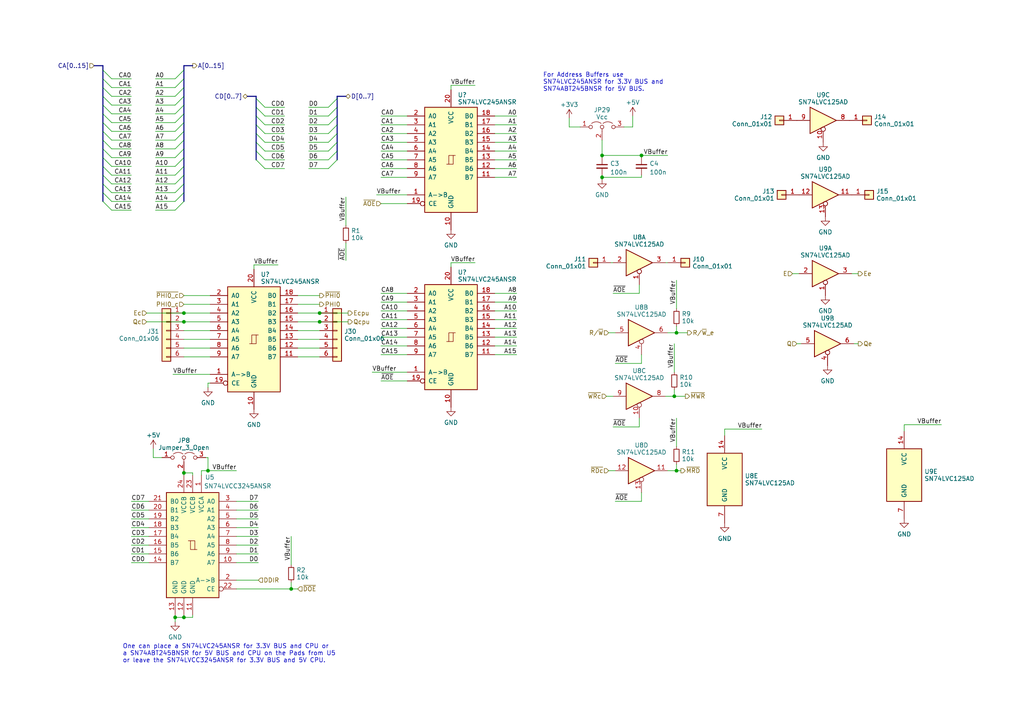
<source format=kicad_sch>
(kicad_sch (version 20230121) (generator eeschema)
  (paper "A4")
  (lib_symbols
    (symbol "74xx:74LS125" (pin_names (offset 1.016))
      (property "Reference" "U" (at 0 1.27 0))
      (property "Value" "74LS125" (at 0 -1.27 0))
      (symbol "74LS125_1_0"
        (polyline (pts (xy -3.81 3.81) (xy -3.81 -3.81) (xy 3.81 0) (xy -3.81 3.81)) (stroke (width 0.254)) (fill (type background)))
        (pin input inverted (at 0 -6.35 90) (length 4.445) (name "~") (number "1"))
        (pin input line (at -7.62 0 0) (length 3.81) (name "~") (number "2"))
        (pin tri_state line (at 7.62 0 180) (length 3.81) (name "~") (number "3"))
      )
      (symbol "74LS125_2_0"
        (polyline (pts (xy -3.81 3.81) (xy -3.81 -3.81) (xy 3.81 0) (xy -3.81 3.81)) (stroke (width 0.254)) (fill (type background)))
        (pin input inverted (at 0 -6.35 90) (length 4.445) (name "~") (number "4"))
        (pin input line (at -7.62 0 0) (length 3.81) (name "~") (number "5"))
        (pin tri_state line (at 7.62 0 180) (length 3.81) (name "~") (number "6"))
      )
      (symbol "74LS125_3_0"
        (polyline (pts (xy -3.81 3.81) (xy -3.81 -3.81) (xy 3.81 0) (xy -3.81 3.81)) (stroke (width 0.254)) (fill (type background)))
        (pin input inverted (at 0 -6.35 90) (length 4.445) (name "~") (number "10"))
        (pin tri_state line (at 7.62 0 180) (length 3.81) (name "~") (number "8"))
        (pin input line (at -7.62 0 0) (length 3.81) (name "~") (number "9"))
      )
      (symbol "74LS125_4_0"
        (polyline (pts (xy -3.81 3.81) (xy -3.81 -3.81) (xy 3.81 0) (xy -3.81 3.81)) (stroke (width 0.254)) (fill (type background)))
        (pin tri_state line (at 7.62 0 180) (length 3.81) (name "~") (number "11"))
        (pin input line (at -7.62 0 0) (length 3.81) (name "~") (number "12"))
        (pin input inverted (at 0 -6.35 90) (length 4.445) (name "~") (number "13"))
      )
      (symbol "74LS125_5_0"
        (pin power_in line (at 0 12.7 270) (length 5.08) (name "VCC") (number "14"))
        (pin power_in line (at 0 -12.7 90) (length 5.08) (name "GND") (number "7"))
      )
      (symbol "74LS125_5_1"
        (rectangle (start -5.08 7.62) (end 5.08 -7.62) (stroke (width 0.254)) (fill (type background)))
      )
    )
    (symbol "74xx:74LS245" (pin_names (offset 1.016))
      (property "Reference" "U" (at -7.62 16.51 0))
      (property "Value" "74LS245" (at -7.62 -16.51 0))
      (symbol "74LS245_1_0"
        (polyline (pts (xy -0.635 -1.27) (xy -0.635 1.27) (xy 0.635 1.27)))
        (polyline (pts (xy -1.27 -1.27) (xy 0.635 -1.27) (xy 0.635 1.27) (xy 1.27 1.27)))
        (pin input line (at -12.7 -10.16 0) (length 5.08) (name "A->B") (number "1"))
        (pin power_in line (at 0 -20.32 90) (length 5.08) (name "GND") (number "10"))
        (pin tri_state line (at 12.7 -5.08 180) (length 5.08) (name "B7") (number "11"))
        (pin tri_state line (at 12.7 -2.54 180) (length 5.08) (name "B6") (number "12"))
        (pin tri_state line (at 12.7 0 180) (length 5.08) (name "B5") (number "13"))
        (pin tri_state line (at 12.7 2.54 180) (length 5.08) (name "B4") (number "14"))
        (pin tri_state line (at 12.7 5.08 180) (length 5.08) (name "B3") (number "15"))
        (pin tri_state line (at 12.7 7.62 180) (length 5.08) (name "B2") (number "16"))
        (pin tri_state line (at 12.7 10.16 180) (length 5.08) (name "B1") (number "17"))
        (pin tri_state line (at 12.7 12.7 180) (length 5.08) (name "B0") (number "18"))
        (pin input inverted (at -12.7 -12.7 0) (length 5.08) (name "CE") (number "19"))
        (pin tri_state line (at -12.7 12.7 0) (length 5.08) (name "A0") (number "2"))
        (pin power_in line (at 0 20.32 270) (length 5.08) (name "VCC") (number "20"))
        (pin tri_state line (at -12.7 10.16 0) (length 5.08) (name "A1") (number "3"))
        (pin tri_state line (at -12.7 7.62 0) (length 5.08) (name "A2") (number "4"))
        (pin tri_state line (at -12.7 5.08 0) (length 5.08) (name "A3") (number "5"))
        (pin tri_state line (at -12.7 2.54 0) (length 5.08) (name "A4") (number "6"))
        (pin tri_state line (at -12.7 0 0) (length 5.08) (name "A5") (number "7"))
        (pin tri_state line (at -12.7 -2.54 0) (length 5.08) (name "A6") (number "8"))
        (pin tri_state line (at -12.7 -5.08 0) (length 5.08) (name "A7") (number "9"))
      )
      (symbol "74LS245_1_1"
        (rectangle (start -7.62 15.24) (end 7.62 -15.24) (stroke (width 0.254)) (fill (type background)))
      )
    )
    (symbol "Connector_Generic:Conn_01x01" (pin_names (offset 1.016) hide)
      (property "Reference" "J" (at 0 2.54 0))
      (property "Value" "Conn_01x01" (at 0 -2.54 0))
      (symbol "Conn_01x01_1_1"
        (rectangle (start -1.27 0.127) (end 0 -0.127) (stroke (width 0.1524)))
        (rectangle (start -1.27 1.27) (end 1.27 -1.27) (stroke (width 0.254)) (fill (type background)))
        (pin passive line (at -5.08 0 0) (length 3.81) (name "Pin_1") (number "1"))
      )
    )
    (symbol "Connector_Generic:Conn_01x06" (pin_names (offset 1.016) hide)
      (property "Reference" "J" (at 0 7.62 0))
      (property "Value" "Conn_01x06" (at 0 -10.16 0))
      (symbol "Conn_01x06_1_1"
        (rectangle (start -1.27 -7.493) (end 0 -7.747) (stroke (width 0.1524)))
        (rectangle (start -1.27 -4.953) (end 0 -5.207) (stroke (width 0.1524)))
        (rectangle (start -1.27 -2.413) (end 0 -2.667) (stroke (width 0.1524)))
        (rectangle (start -1.27 0.127) (end 0 -0.127) (stroke (width 0.1524)))
        (rectangle (start -1.27 2.667) (end 0 2.413) (stroke (width 0.1524)))
        (rectangle (start -1.27 5.207) (end 0 4.953) (stroke (width 0.1524)))
        (rectangle (start -1.27 6.35) (end 1.27 -8.89) (stroke (width 0.254)) (fill (type background)))
        (pin passive line (at -5.08 5.08 0) (length 3.81) (name "Pin_1") (number "1"))
        (pin passive line (at -5.08 2.54 0) (length 3.81) (name "Pin_2") (number "2"))
        (pin passive line (at -5.08 0 0) (length 3.81) (name "Pin_3") (number "3"))
        (pin passive line (at -5.08 -2.54 0) (length 3.81) (name "Pin_4") (number "4"))
        (pin passive line (at -5.08 -5.08 0) (length 3.81) (name "Pin_5") (number "5"))
        (pin passive line (at -5.08 -7.62 0) (length 3.81) (name "Pin_6") (number "6"))
      )
    )
    (symbol "Device:C_Small" (pin_numbers hide) (pin_names (offset 0.254) hide)
      (property "Reference" "C" (at 0.254 1.778 0))
      (property "Value" "C_Small" (at 0.254 -2.032 0))
      (symbol "C_Small_0_1"
        (polyline (pts (xy -1.524 -0.508) (xy 1.524 -0.508)) (stroke (width 0.3302)))
        (polyline (pts (xy -1.524 0.508) (xy 1.524 0.508)) (stroke (width 0.3048)))
      )
      (symbol "C_Small_1_1"
        (pin passive line (at 0 2.54 270) (length 2.032) (name "~") (number "1"))
        (pin passive line (at 0 -2.54 90) (length 2.032) (name "~") (number "2"))
      )
    )
    (symbol "Device:R_Small" (pin_numbers hide) (pin_names (offset 0.254) hide)
      (property "Reference" "R" (at 0.762 0.508 0))
      (property "Value" "R_Small" (at 0.762 -1.016 0))
      (symbol "R_Small_0_1"
        (rectangle (start -0.762 1.778) (end 0.762 -1.778) (stroke (width 0.2032)))
      )
      (symbol "R_Small_1_1"
        (pin passive line (at 0 2.54 270) (length 0.762) (name "~") (number "1"))
        (pin passive line (at 0 -2.54 90) (length 0.762) (name "~") (number "2"))
      )
    )
    (symbol "Jumper:Jumper_3_Open" (pin_names (offset 0) hide)
      (property "Reference" "JP" (at -2.54 -2.54 0))
      (property "Value" "Jumper_3_Open" (at 0 2.794 0))
      (symbol "Jumper_3_Open_0_0"
        (circle (center -3.302 0) (radius 0.508))
        (circle (center 0 0) (radius 0.508))
        (circle (center 3.302 0) (radius 0.508))
      )
      (symbol "Jumper_3_Open_0_1"
        (arc (start -0.254 1.016) (mid -1.651 1.4992) (end -3.048 1.016))
        (polyline (pts (xy 0 -0.508) (xy 0 -1.27)))
        (arc (start 3.048 1.016) (mid 1.651 1.4992) (end 0.254 1.016))
      )
      (symbol "Jumper_3_Open_1_1"
        (pin passive line (at -6.35 0 0) (length 2.54) (name "A") (number "1"))
        (pin passive line (at 0 -3.81 90) (length 2.54) (name "C") (number "2"))
        (pin passive line (at 6.35 0 180) (length 2.54) (name "B") (number "3"))
      )
    )
    (symbol "my_ics_new:74LVC4245" (pin_names (offset 1.016))
      (property "Reference" "U" (at -7.62 19.05 0))
      (property "Value" "74LVC4245" (at -10.16 16.51 0))
      (symbol "74LVC4245_1_0"
        (polyline (pts (xy -0.635 -1.27) (xy -0.635 1.27) (xy 0.635 1.27)))
        (polyline (pts (xy -1.27 -1.27) (xy 0.635 -1.27) (xy 0.635 1.27) (xy 1.27 1.27)))
        (pin power_in line (at -2.54 20.32 270) (length 5.08) (name "VCCA") (number "1"))
        (pin tri_state line (at -12.7 -5.08 0) (length 5.08) (name "A7") (number "10"))
        (pin power_in line (at 0 -20.32 90) (length 5.08) (name "GND") (number "11"))
        (pin power_in line (at 2.54 -20.32 90) (length 5.08) (name "GND") (number "12"))
        (pin power_in line (at 5.08 -20.32 90) (length 5.08) (name "GND") (number "13"))
        (pin tri_state line (at 12.7 -5.08 180) (length 5.08) (name "B7") (number "14"))
        (pin tri_state line (at 12.7 -2.54 180) (length 5.08) (name "B6") (number "15"))
        (pin tri_state line (at 12.7 0 180) (length 5.08) (name "B5") (number "16"))
        (pin tri_state line (at 12.7 2.54 180) (length 5.08) (name "B4") (number "17"))
        (pin tri_state line (at 12.7 5.08 180) (length 5.08) (name "B3") (number "18"))
        (pin tri_state line (at 12.7 7.62 180) (length 5.08) (name "B2") (number "19"))
        (pin input line (at -12.7 -10.16 0) (length 5.08) (name "A->B") (number "2"))
        (pin tri_state line (at 12.7 10.16 180) (length 5.08) (name "B1") (number "20"))
        (pin tri_state line (at 12.7 12.7 180) (length 5.08) (name "B0") (number "21"))
        (pin input inverted (at -12.7 -12.7 0) (length 5.08) (name "CE") (number "22"))
        (pin power_in line (at 0 20.32 270) (length 5.08) (name "VCCB") (number "23"))
        (pin power_in line (at 2.54 20.32 270) (length 5.08) (name "VCCB") (number "24"))
        (pin tri_state line (at -12.7 12.7 0) (length 5.08) (name "A0") (number "3"))
        (pin tri_state line (at -12.7 10.16 0) (length 5.08) (name "A1") (number "4"))
        (pin tri_state line (at -12.7 7.62 0) (length 5.08) (name "A2") (number "5"))
        (pin tri_state line (at -12.7 5.08 0) (length 5.08) (name "A3") (number "6"))
        (pin tri_state line (at -12.7 2.54 0) (length 5.08) (name "A4") (number "7"))
        (pin tri_state line (at -12.7 0 0) (length 5.08) (name "A5") (number "8"))
        (pin tri_state line (at -12.7 -2.54 0) (length 5.08) (name "A6") (number "9"))
      )
      (symbol "74LVC4245_1_1"
        (rectangle (start -7.62 15.24) (end 7.62 -15.24) (stroke (width 0.254)) (fill (type background)))
      )
    )
    (symbol "power:+3V3" (power) (pin_names (offset 0))
      (property "Value" "+3V3" (at 0 3.556 0))
      (symbol "+3V3_0_1"
        (polyline (pts (xy -0.762 1.27) (xy 0 2.54)))
        (polyline (pts (xy 0 0) (xy 0 2.54)))
        (polyline (pts (xy 0 2.54) (xy 0.762 1.27)))
      )
      (symbol "+3V3_1_1"
        (pin power_in line (at 0 0 90) (length 0) hide (name "+3V3") (number "1"))
      )
    )
    (symbol "power:+5V" (power) (pin_names (offset 0))
      (property "Value" "+5V" (at 0 3.556 0))
      (symbol "+5V_0_1"
        (polyline (pts (xy -0.762 1.27) (xy 0 2.54)))
        (polyline (pts (xy 0 0) (xy 0 2.54)))
        (polyline (pts (xy 0 2.54) (xy 0.762 1.27)))
      )
      (symbol "+5V_1_1"
        (pin power_in line (at 0 0 90) (length 0) hide (name "+5V") (number "1"))
      )
    )
    (symbol "power:GND" (power) (pin_names (offset 0))
      (property "Value" "GND" (at 0 -3.81 0))
      (symbol "GND_0_1"
        (polyline (pts (xy 0 0) (xy 0 -1.27) (xy 1.27 -1.27) (xy 0 -2.54) (xy -1.27 -1.27) (xy 0 -1.27)))
      )
      (symbol "GND_1_1"
        (pin power_in line (at 0 0 270) (length 0) hide (name "GND") (number "1"))
      )
    )
  )
  (junction (at 53.34 137.16))
  (junction (at 195.58 114.935))
  (junction (at 84.455 170.815))
  (junction (at 92.71 93.345))
  (junction (at 174.625 51.435))
  (junction (at 196.215 96.52))
  (junction (at 186.055 45.085))
  (junction (at 53.34 90.805))
  (junction (at 196.215 136.525))
  (junction (at 53.34 179.07))
  (junction (at 60.325 136.525))
  (junction (at 50.8 179.07))
  (junction (at 53.34 93.345))
  (junction (at 92.71 90.805))
  (junction (at 174.625 45.085))
  (bus_entry (at 53.34 22.86) (size -2.54 2.54))
  (bus_entry (at 53.34 53.34) (size -2.54 2.54))
  (bus_entry (at 53.34 25.4) (size -2.54 2.54))
  (bus_entry (at 53.34 43.18) (size -2.54 2.54))
  (bus_entry (at 29.845 53.34) (size 2.54 2.54))
  (bus_entry (at 29.845 22.86) (size 2.54 2.54))
  (bus_entry (at 29.845 45.72) (size 2.54 2.54))
  (bus_entry (at 29.845 27.94) (size 2.54 2.54))
  (bus_entry (at 74.295 41.275) (size 2.54 2.54))
  (bus_entry (at 29.845 30.48) (size 2.54 2.54))
  (bus_entry (at 29.845 58.42) (size 2.54 2.54))
  (bus_entry (at 74.295 36.195) (size 2.54 2.54))
  (bus_entry (at 74.295 38.735) (size 2.54 2.54))
  (bus_entry (at 29.845 55.88) (size 2.54 2.54))
  (bus_entry (at 74.295 43.815) (size 2.54 2.54))
  (bus_entry (at 53.34 40.64) (size -2.54 2.54))
  (bus_entry (at 53.34 55.88) (size -2.54 2.54))
  (bus_entry (at 97.79 28.575) (size -2.54 2.54))
  (bus_entry (at 74.295 28.575) (size 2.54 2.54))
  (bus_entry (at 29.845 50.8) (size 2.54 2.54))
  (bus_entry (at 53.34 30.48) (size -2.54 2.54))
  (bus_entry (at 29.845 48.26) (size 2.54 2.54))
  (bus_entry (at 53.34 38.1) (size -2.54 2.54))
  (bus_entry (at 53.34 45.72) (size -2.54 2.54))
  (bus_entry (at 53.34 33.02) (size -2.54 2.54))
  (bus_entry (at 53.34 58.42) (size -2.54 2.54))
  (bus_entry (at 53.34 35.56) (size -2.54 2.54))
  (bus_entry (at 53.34 20.32) (size -2.54 2.54))
  (bus_entry (at 74.295 46.355) (size 2.54 2.54))
  (bus_entry (at 74.295 31.115) (size 2.54 2.54))
  (bus_entry (at 74.295 33.655) (size 2.54 2.54))
  (bus_entry (at 97.79 31.115) (size -2.54 2.54))
  (bus_entry (at 53.34 50.8) (size -2.54 2.54))
  (bus_entry (at 29.845 38.1) (size 2.54 2.54))
  (bus_entry (at 29.845 43.18) (size 2.54 2.54))
  (bus_entry (at 29.845 25.4) (size 2.54 2.54))
  (bus_entry (at 53.34 27.94) (size -2.54 2.54))
  (bus_entry (at 97.79 36.195) (size -2.54 2.54))
  (bus_entry (at 53.34 48.26) (size -2.54 2.54))
  (bus_entry (at 97.79 43.815) (size -2.54 2.54))
  (bus_entry (at 29.845 35.56) (size 2.54 2.54))
  (bus_entry (at 97.79 46.355) (size -2.54 2.54))
  (bus_entry (at 29.845 20.32) (size 2.54 2.54))
  (bus_entry (at 97.79 41.275) (size -2.54 2.54))
  (bus_entry (at 29.845 40.64) (size 2.54 2.54))
  (bus_entry (at 97.79 33.655) (size -2.54 2.54))
  (bus_entry (at 29.845 33.02) (size 2.54 2.54))
  (bus_entry (at 97.79 38.735) (size -2.54 2.54))
  (wire (pts (xy 89.535 36.195) (xy 95.25 36.195)))
  (wire (pts (xy 143.51 95.25) (xy 149.86 95.25)))
  (wire (pts (xy 110.49 41.275) (xy 118.11 41.275)))
  (bus (pts (xy 29.845 50.8) (xy 29.845 48.26)))
  (bus (pts (xy 97.79 43.815) (xy 97.79 41.275)))
  (wire (pts (xy 74.93 147.955) (xy 68.58 147.955)))
  (bus (pts (xy 29.845 48.26) (xy 29.845 45.72)))
  (wire (pts (xy 110.49 90.17) (xy 118.11 90.17)))
  (wire (pts (xy 86.36 95.885) (xy 92.71 95.885)))
  (bus (pts (xy 97.79 41.275) (xy 97.79 38.735)))
  (wire (pts (xy 89.535 48.895) (xy 95.25 48.895)))
  (wire (pts (xy 89.535 31.115) (xy 95.25 31.115)))
  (wire (pts (xy 50.165 108.585) (xy 60.96 108.585)))
  (wire (pts (xy 60.325 136.525) (xy 58.42 136.525)))
  (bus (pts (xy 53.34 33.02) (xy 53.34 30.48)))
  (wire (pts (xy 45.085 30.48) (xy 50.8 30.48)))
  (bus (pts (xy 53.34 38.1) (xy 53.34 35.56)))
  (wire (pts (xy 89.535 38.735) (xy 95.25 38.735)))
  (wire (pts (xy 143.51 43.815) (xy 149.86 43.815)))
  (bus (pts (xy 29.845 38.1) (xy 29.845 35.56)))
  (wire (pts (xy 110.49 48.895) (xy 118.11 48.895)))
  (wire (pts (xy 195.58 113.03) (xy 195.58 114.935)))
  (wire (pts (xy 38.1 38.1) (xy 32.385 38.1)))
  (bus (pts (xy 53.34 30.48) (xy 53.34 27.94)))
  (wire (pts (xy 68.58 136.525) (xy 60.325 136.525)))
  (wire (pts (xy 89.535 33.655) (xy 95.25 33.655)))
  (wire (pts (xy 110.49 43.815) (xy 118.11 43.815)))
  (wire (pts (xy 100.33 57.15) (xy 100.33 65.405)))
  (wire (pts (xy 45.085 27.94) (xy 50.8 27.94)))
  (wire (pts (xy 185.42 85.09) (xy 185.42 82.55)))
  (wire (pts (xy 178.435 145.415) (xy 186.055 145.415)))
  (wire (pts (xy 110.49 110.49) (xy 118.11 110.49)))
  (wire (pts (xy 43.18 153.035) (xy 38.1 153.035)))
  (wire (pts (xy 82.55 41.275) (xy 76.835 41.275)))
  (wire (pts (xy 38.1 50.8) (xy 32.385 50.8)))
  (bus (pts (xy 53.34 45.72) (xy 53.34 43.18)))
  (wire (pts (xy 86.36 90.805) (xy 92.71 90.805)))
  (wire (pts (xy 92.71 93.345) (xy 100.965 93.345)))
  (wire (pts (xy 43.18 147.955) (xy 38.1 147.955)))
  (wire (pts (xy 143.51 48.895) (xy 149.86 48.895)))
  (wire (pts (xy 53.34 179.07) (xy 55.88 179.07)))
  (bus (pts (xy 74.295 38.735) (xy 74.295 36.195)))
  (wire (pts (xy 82.55 48.895) (xy 76.835 48.895)))
  (wire (pts (xy 53.34 93.345) (xy 60.96 93.345)))
  (wire (pts (xy 186.055 45.085) (xy 193.675 45.085)))
  (wire (pts (xy 53.34 85.725) (xy 60.96 85.725)))
  (wire (pts (xy 38.1 30.48) (xy 32.385 30.48)))
  (wire (pts (xy 38.1 55.88) (xy 32.385 55.88)))
  (wire (pts (xy 82.55 38.735) (xy 76.835 38.735)))
  (wire (pts (xy 60.325 132.715) (xy 60.325 136.525)))
  (wire (pts (xy 174.625 52.07) (xy 174.625 51.435)))
  (wire (pts (xy 43.18 145.415) (xy 38.1 145.415)))
  (wire (pts (xy 45.085 53.34) (xy 50.8 53.34)))
  (bus (pts (xy 53.34 22.86) (xy 53.34 20.32)))
  (wire (pts (xy 86.36 170.815) (xy 84.455 170.815)))
  (bus (pts (xy 53.34 25.4) (xy 53.34 22.86)))
  (wire (pts (xy 73.66 76.835) (xy 80.645 76.835)))
  (wire (pts (xy 110.49 33.655) (xy 118.11 33.655)))
  (bus (pts (xy 53.34 27.94) (xy 53.34 25.4)))
  (wire (pts (xy 168.275 36.83) (xy 165.1 36.83)))
  (wire (pts (xy 86.36 98.425) (xy 92.71 98.425)))
  (wire (pts (xy 45.085 60.96) (xy 50.8 60.96)))
  (wire (pts (xy 74.93 155.575) (xy 68.58 155.575)))
  (bus (pts (xy 29.845 35.56) (xy 29.845 33.02)))
  (wire (pts (xy 38.1 35.56) (xy 32.385 35.56)))
  (wire (pts (xy 45.085 25.4) (xy 50.8 25.4)))
  (bus (pts (xy 29.845 19.05) (xy 27.305 19.05)))
  (bus (pts (xy 53.34 20.32) (xy 53.34 19.05)))
  (wire (pts (xy 89.535 46.355) (xy 95.25 46.355)))
  (bus (pts (xy 74.295 27.94) (xy 71.755 27.94)))
  (wire (pts (xy 109.22 56.515) (xy 118.11 56.515)))
  (bus (pts (xy 97.79 27.94) (xy 100.33 27.94)))
  (wire (pts (xy 110.49 51.435) (xy 118.11 51.435)))
  (bus (pts (xy 97.79 36.195) (xy 97.79 33.655)))
  (bus (pts (xy 29.845 30.48) (xy 29.845 27.94)))
  (wire (pts (xy 177.8 123.825) (xy 185.42 123.825)))
  (wire (pts (xy 110.49 100.33) (xy 118.11 100.33)))
  (wire (pts (xy 45.085 22.86) (xy 50.8 22.86)))
  (bus (pts (xy 29.845 40.64) (xy 29.845 38.1)))
  (wire (pts (xy 143.51 87.63) (xy 149.86 87.63)))
  (wire (pts (xy 110.49 36.195) (xy 118.11 36.195)))
  (wire (pts (xy 193.675 136.525) (xy 196.215 136.525)))
  (wire (pts (xy 247.015 79.375) (xy 248.92 79.375)))
  (wire (pts (xy 53.34 100.965) (xy 60.96 100.965)))
  (wire (pts (xy 38.1 60.96) (xy 32.385 60.96)))
  (wire (pts (xy 110.49 92.71) (xy 118.11 92.71)))
  (wire (pts (xy 45.085 35.56) (xy 50.8 35.56)))
  (wire (pts (xy 100.33 70.485) (xy 100.33 75.565)))
  (wire (pts (xy 38.1 33.02) (xy 32.385 33.02)))
  (wire (pts (xy 74.93 163.195) (xy 68.58 163.195)))
  (wire (pts (xy 196.215 94.615) (xy 196.215 96.52)))
  (wire (pts (xy 43.18 158.115) (xy 38.1 158.115)))
  (bus (pts (xy 53.34 50.8) (xy 53.34 48.26)))
  (wire (pts (xy 58.42 136.525) (xy 58.42 137.795)))
  (wire (pts (xy 92.71 90.805) (xy 100.965 90.805)))
  (wire (pts (xy 143.51 38.735) (xy 149.86 38.735)))
  (wire (pts (xy 38.1 48.26) (xy 32.385 48.26)))
  (wire (pts (xy 45.085 58.42) (xy 50.8 58.42)))
  (wire (pts (xy 143.51 51.435) (xy 149.86 51.435)))
  (bus (pts (xy 29.845 43.18) (xy 29.845 40.64)))
  (bus (pts (xy 29.845 53.34) (xy 29.845 50.8)))
  (bus (pts (xy 29.845 58.42) (xy 29.845 55.88)))
  (wire (pts (xy 174.625 40.64) (xy 174.625 45.085)))
  (wire (pts (xy 174.625 51.435) (xy 174.625 50.8)))
  (wire (pts (xy 143.51 46.355) (xy 149.86 46.355)))
  (wire (pts (xy 45.085 50.8) (xy 50.8 50.8)))
  (wire (pts (xy 59.69 132.715) (xy 60.325 132.715)))
  (wire (pts (xy 229.87 79.375) (xy 231.775 79.375)))
  (wire (pts (xy 38.1 22.86) (xy 32.385 22.86)))
  (wire (pts (xy 110.49 46.355) (xy 118.11 46.355)))
  (wire (pts (xy 196.215 134.62) (xy 196.215 136.525)))
  (bus (pts (xy 97.79 33.655) (xy 97.79 31.115)))
  (bus (pts (xy 29.845 25.4) (xy 29.845 22.86)))
  (wire (pts (xy 86.36 93.345) (xy 92.71 93.345)))
  (wire (pts (xy 143.51 90.17) (xy 149.86 90.17)))
  (wire (pts (xy 177.165 76.2) (xy 177.8 76.2)))
  (bus (pts (xy 97.79 28.575) (xy 97.79 27.94)))
  (wire (pts (xy 53.34 98.425) (xy 60.96 98.425)))
  (wire (pts (xy 43.18 163.195) (xy 38.1 163.195)))
  (bus (pts (xy 97.79 38.735) (xy 97.79 36.195)))
  (wire (pts (xy 174.625 45.085) (xy 174.625 45.72)))
  (wire (pts (xy 84.455 168.91) (xy 84.455 170.815)))
  (bus (pts (xy 29.845 22.86) (xy 29.845 20.32)))
  (wire (pts (xy 53.34 88.265) (xy 60.96 88.265)))
  (wire (pts (xy 186.055 45.085) (xy 186.055 45.72)))
  (bus (pts (xy 29.845 33.02) (xy 29.845 30.48)))
  (wire (pts (xy 143.51 41.275) (xy 149.86 41.275)))
  (bus (pts (xy 29.845 55.88) (xy 29.845 53.34)))
  (bus (pts (xy 29.845 20.32) (xy 29.845 19.05)))
  (bus (pts (xy 53.34 35.56) (xy 53.34 33.02)))
  (wire (pts (xy 50.8 180.34) (xy 50.8 179.07)))
  (wire (pts (xy 210.185 126.365) (xy 210.185 124.46)))
  (bus (pts (xy 74.295 33.655) (xy 74.295 31.115)))
  (wire (pts (xy 130.81 76.2) (xy 137.795 76.2)))
  (wire (pts (xy 174.625 45.085) (xy 186.055 45.085)))
  (wire (pts (xy 178.435 105.41) (xy 186.055 105.41)))
  (wire (pts (xy 86.36 85.725) (xy 92.71 85.725)))
  (wire (pts (xy 231.14 99.695) (xy 232.41 99.695)))
  (wire (pts (xy 186.055 51.435) (xy 186.055 50.8)))
  (wire (pts (xy 82.55 46.355) (xy 76.835 46.355)))
  (wire (pts (xy 38.1 25.4) (xy 32.385 25.4)))
  (wire (pts (xy 248.92 99.695) (xy 247.65 99.695)))
  (wire (pts (xy 82.55 43.815) (xy 76.835 43.815)))
  (wire (pts (xy 196.215 81.28) (xy 196.215 89.535)))
  (wire (pts (xy 82.55 36.195) (xy 76.835 36.195)))
  (wire (pts (xy 42.545 93.345) (xy 53.34 93.345)))
  (wire (pts (xy 262.255 125.095) (xy 262.255 123.19)))
  (wire (pts (xy 38.1 45.72) (xy 32.385 45.72)))
  (bus (pts (xy 53.34 19.05) (xy 55.88 19.05)))
  (wire (pts (xy 68.58 170.815) (xy 84.455 170.815)))
  (bus (pts (xy 74.295 31.115) (xy 74.295 28.575)))
  (wire (pts (xy 45.085 40.64) (xy 50.8 40.64)))
  (wire (pts (xy 143.51 102.87) (xy 149.86 102.87)))
  (wire (pts (xy 45.085 48.26) (xy 50.8 48.26)))
  (wire (pts (xy 107.95 107.95) (xy 118.11 107.95)))
  (wire (pts (xy 60.325 111.125) (xy 60.96 111.125)))
  (wire (pts (xy 38.1 58.42) (xy 32.385 58.42)))
  (bus (pts (xy 53.34 58.42) (xy 53.34 55.88)))
  (bus (pts (xy 74.295 28.575) (xy 74.295 27.94)))
  (wire (pts (xy 45.085 55.88) (xy 50.8 55.88)))
  (wire (pts (xy 82.55 33.655) (xy 76.835 33.655)))
  (bus (pts (xy 74.295 41.275) (xy 74.295 38.735)))
  (wire (pts (xy 183.515 36.83) (xy 180.975 36.83)))
  (wire (pts (xy 84.455 155.575) (xy 84.455 163.83)))
  (wire (pts (xy 60.325 112.395) (xy 60.325 111.125)))
  (bus (pts (xy 97.79 46.355) (xy 97.79 43.815)))
  (wire (pts (xy 53.34 137.16) (xy 53.34 137.795)))
  (wire (pts (xy 176.53 136.525) (xy 178.435 136.525)))
  (wire (pts (xy 53.34 179.07) (xy 53.34 178.435)))
  (wire (pts (xy 53.34 137.16) (xy 55.88 137.16)))
  (wire (pts (xy 185.42 123.825) (xy 185.42 121.285)))
  (wire (pts (xy 89.535 43.815) (xy 95.25 43.815)))
  (bus (pts (xy 53.34 43.18) (xy 53.34 40.64)))
  (wire (pts (xy 89.535 41.275) (xy 95.25 41.275)))
  (bus (pts (xy 53.34 55.88) (xy 53.34 53.34)))
  (wire (pts (xy 74.93 168.275) (xy 68.58 168.275)))
  (bus (pts (xy 29.845 45.72) (xy 29.845 43.18)))
  (wire (pts (xy 38.1 53.34) (xy 32.385 53.34)))
  (wire (pts (xy 42.545 90.805) (xy 53.34 90.805)))
  (wire (pts (xy 38.1 43.18) (xy 32.385 43.18)))
  (wire (pts (xy 53.34 90.805) (xy 60.96 90.805)))
  (bus (pts (xy 74.295 36.195) (xy 74.295 33.655)))
  (wire (pts (xy 110.49 87.63) (xy 118.11 87.63)))
  (bus (pts (xy 29.845 27.94) (xy 29.845 25.4)))
  (wire (pts (xy 186.055 105.41) (xy 186.055 102.87)))
  (wire (pts (xy 44.45 130.175) (xy 44.45 132.715)))
  (wire (pts (xy 50.8 179.07) (xy 53.34 179.07)))
  (wire (pts (xy 74.93 150.495) (xy 68.58 150.495)))
  (wire (pts (xy 143.51 100.33) (xy 149.86 100.33)))
  (wire (pts (xy 196.215 96.52) (xy 199.39 96.52)))
  (wire (pts (xy 143.51 92.71) (xy 149.86 92.71)))
  (wire (pts (xy 45.085 38.1) (xy 50.8 38.1)))
  (wire (pts (xy 50.8 179.07) (xy 50.8 178.435)))
  (wire (pts (xy 74.93 160.655) (xy 68.58 160.655)))
  (wire (pts (xy 73.66 76.835) (xy 73.66 78.105)))
  (wire (pts (xy 130.81 24.765) (xy 130.81 26.035)))
  (wire (pts (xy 130.81 76.2) (xy 130.81 77.47)))
  (wire (pts (xy 195.58 99.695) (xy 195.58 107.95)))
  (wire (pts (xy 143.51 36.195) (xy 149.86 36.195)))
  (wire (pts (xy 196.215 121.285) (xy 196.215 129.54)))
  (bus (pts (xy 53.34 53.34) (xy 53.34 50.8)))
  (wire (pts (xy 193.04 114.935) (xy 195.58 114.935)))
  (wire (pts (xy 174.625 51.435) (xy 186.055 51.435)))
  (wire (pts (xy 193.675 96.52) (xy 196.215 96.52)))
  (wire (pts (xy 110.49 85.09) (xy 118.11 85.09)))
  (bus (pts (xy 53.34 40.64) (xy 53.34 38.1)))
  (wire (pts (xy 177.8 85.09) (xy 185.42 85.09)))
  (wire (pts (xy 110.49 102.87) (xy 118.11 102.87)))
  (wire (pts (xy 110.49 97.79) (xy 118.11 97.79)))
  (wire (pts (xy 110.49 59.055) (xy 118.11 59.055)))
  (wire (pts (xy 186.055 145.415) (xy 186.055 142.875)))
  (bus (pts (xy 74.295 46.355) (xy 74.295 43.815)))
  (wire (pts (xy 176.53 96.52) (xy 178.435 96.52)))
  (wire (pts (xy 86.36 100.965) (xy 92.71 100.965)))
  (wire (pts (xy 43.18 160.655) (xy 38.1 160.655)))
  (wire (pts (xy 74.93 158.115) (xy 68.58 158.115)))
  (wire (pts (xy 210.185 124.46) (xy 220.98 124.46)))
  (wire (pts (xy 53.34 136.525) (xy 53.34 137.16)))
  (wire (pts (xy 130.81 24.765) (xy 137.795 24.765)))
  (wire (pts (xy 43.18 150.495) (xy 38.1 150.495)))
  (wire (pts (xy 86.36 103.505) (xy 92.71 103.505)))
  (wire (pts (xy 193.04 76.2) (xy 193.675 76.2)))
  (wire (pts (xy 143.51 33.655) (xy 149.86 33.655)))
  (wire (pts (xy 86.36 88.265) (xy 92.71 88.265)))
  (wire (pts (xy 53.34 95.885) (xy 60.96 95.885)))
  (wire (pts (xy 262.255 123.19) (xy 273.05 123.19)))
  (wire (pts (xy 110.49 95.25) (xy 118.11 95.25)))
  (wire (pts (xy 143.51 97.79) (xy 149.86 97.79)))
  (wire (pts (xy 38.1 27.94) (xy 32.385 27.94)))
  (wire (pts (xy 45.085 45.72) (xy 50.8 45.72)))
  (wire (pts (xy 183.515 33.655) (xy 183.515 36.83)))
  (bus (pts (xy 74.295 43.815) (xy 74.295 41.275)))
  (wire (pts (xy 43.18 155.575) (xy 38.1 155.575)))
  (wire (pts (xy 195.58 114.935) (xy 198.755 114.935)))
  (wire (pts (xy 45.085 43.18) (xy 50.8 43.18)))
  (wire (pts (xy 143.51 85.09) (xy 149.86 85.09)))
  (wire (pts (xy 55.88 179.07) (xy 55.88 178.435)))
  (wire (pts (xy 55.88 137.16) (xy 55.88 137.795)))
  (wire (pts (xy 53.34 103.505) (xy 60.96 103.505)))
  (wire (pts (xy 82.55 31.115) (xy 76.835 31.115)))
  (wire (pts (xy 196.215 136.525) (xy 197.485 136.525)))
  (wire (pts (xy 74.93 145.415) (xy 68.58 145.415)))
  (wire (pts (xy 165.1 34.29) (xy 165.1 36.83)))
  (bus (pts (xy 97.79 31.115) (xy 97.79 28.575)))
  (wire (pts (xy 74.93 153.035) (xy 68.58 153.035)))
  (wire (pts (xy 38.1 40.64) (xy 32.385 40.64)))
  (bus (pts (xy 53.34 48.26) (xy 53.34 45.72)))
  (wire (pts (xy 44.45 132.715) (xy 46.99 132.715)))
  (wire (pts (xy 45.085 33.02) (xy 50.8 33.02)))
  (wire (pts (xy 175.895 114.935) (xy 177.8 114.935)))
  (wire (pts (xy 110.49 38.735) (xy 118.11 38.735)))
  (text "One can place a SN74LVC245ANSR for 3.3V BUS and CPU or\na SN74ABT245BNSR for 5V BUS and CPU on the Pads from U5\nor leave the SN74LVCC3245ANSR for 3.3V BUS and 5V CPU.\n" (at 35.56 192.405 0) (effects (font (size 1.27 1.27)) (justify left bottom)))
  (text "For Address Buffers use \nSN74LVC245ANSR for 3.3V BUS and\nSN74ABT245BNSR for 5V BUS." (at 157.48 26.67 0) (effects (font (size 1.27 1.27)) (justify left bottom)))
  (label "CA9" (at 110.49 87.63 0))
  (label "CA8" (at 38.1 43.18 180))
  (label "A5" (at 45.085 35.56 0))
  (label "D7" (at 74.93 145.415 180))
  (label "CD2" (at 82.55 36.195 180))
  (label "VBuffer" (at 137.795 76.2 180))
  (label "D2" (at 89.535 36.195 0))
  (label "A14" (at 45.085 58.42 0))
  (label "A11" (at 45.085 50.8 0))
  (label "CD3" (at 82.55 38.735 180))
  (label "CD2" (at 38.1 158.115 0))
  (label "CD6" (at 82.55 46.355 180))
  (label "D5" (at 74.93 150.495 180))
  (label "A14" (at 149.86 100.33 180))
  (label "A2" (at 45.085 27.94 0))
  (label "A7" (at 45.085 40.64 0))
  (label "A15" (at 45.085 60.96 0))
  (label "CA5" (at 110.49 46.355 0))
  (label "D3" (at 89.535 38.735 0))
  (label "CA3" (at 110.49 41.275 0))
  (label "A13" (at 149.86 97.79 180))
  (label "D5" (at 89.535 43.815 0))
  (label "VBuffer" (at 109.22 56.515 0))
  (label "D6" (at 74.93 147.955 180))
  (label "D4" (at 74.93 153.035 180))
  (label "A1" (at 45.085 25.4 0))
  (label "CD6" (at 38.1 147.955 0))
  (label "A8" (at 45.085 43.18 0))
  (label "A8" (at 149.86 85.09 180))
  (label "~{AOE}" (at 178.435 145.415 0))
  (label "CA2" (at 38.1 27.94 180))
  (label "~{AOE}" (at 177.8 85.09 0))
  (label "CD0" (at 82.55 31.115 180))
  (label "~{AOE}" (at 178.435 105.41 0))
  (label "VBuffer" (at 80.645 76.835 180))
  (label "CA1" (at 38.1 25.4 180))
  (label "A9" (at 149.86 87.63 180))
  (label "A5" (at 149.86 46.355 180))
  (label "D1" (at 74.93 160.655 180))
  (label "CA8" (at 110.49 85.09 0))
  (label "~{AOE}" (at 177.8 123.825 0))
  (label "D1" (at 89.535 33.655 0))
  (label "CA1" (at 110.49 36.195 0))
  (label "CD5" (at 38.1 150.495 0))
  (label "D3" (at 74.93 155.575 180))
  (label "CD7" (at 82.55 48.895 180))
  (label "A4" (at 45.085 33.02 0))
  (label "D0" (at 89.535 31.115 0))
  (label "D6" (at 89.535 46.355 0))
  (label "CA6" (at 110.49 48.895 0))
  (label "CA7" (at 110.49 51.435 0))
  (label "A7" (at 149.86 51.435 180))
  (label "CA14" (at 38.1 58.42 180))
  (label "CD4" (at 82.55 41.275 180))
  (label "A6" (at 149.86 48.895 180))
  (label "A6" (at 45.085 38.1 0))
  (label "CA10" (at 110.49 90.17 0))
  (label "CA5" (at 38.1 35.56 180))
  (label "CA9" (at 38.1 45.72 180))
  (label "A9" (at 45.085 45.72 0))
  (label "CD1" (at 82.55 33.655 180))
  (label "CA10" (at 38.1 48.26 180))
  (label "A1" (at 149.86 36.195 180))
  (label "VBuffer" (at 273.05 123.19 180))
  (label "A12" (at 45.085 53.34 0))
  (label "~{AOE}" (at 110.49 110.49 0))
  (label "A10" (at 149.86 90.17 180))
  (label "CD0" (at 38.1 163.195 0))
  (label "CA4" (at 38.1 33.02 180))
  (label "CA12" (at 38.1 53.34 180))
  (label "D7" (at 89.535 48.895 0))
  (label "A12" (at 149.86 95.25 180))
  (label "CD3" (at 38.1 155.575 0))
  (label "VBuffer" (at 107.95 107.95 0))
  (label "A4" (at 149.86 43.815 180))
  (label "CA12" (at 110.49 95.25 0))
  (label "CA11" (at 110.49 92.71 0))
  (label "VBuffer" (at 193.675 45.085 180))
  (label "CA2" (at 110.49 38.735 0))
  (label "A3" (at 45.085 30.48 0))
  (label "A2" (at 149.86 38.735 180))
  (label "VBuffer" (at 220.98 124.46 180))
  (label "CA3" (at 38.1 30.48 180))
  (label "A10" (at 45.085 48.26 0))
  (label "CA6" (at 38.1 38.1 180))
  (label "VBuffer" (at 196.215 81.28 270))
  (label "VBuffer" (at 195.58 99.695 270))
  (label "VBuffer" (at 68.58 136.525 180))
  (label "A15" (at 149.86 102.87 180))
  (label "CA0" (at 38.1 22.86 180))
  (label "VBuffer" (at 50.165 108.585 0))
  (label "D4" (at 89.535 41.275 0))
  (label "CA14" (at 110.49 100.33 0))
  (label "CD7" (at 38.1 145.415 0))
  (label "VBuffer" (at 100.33 57.15 270))
  (label "A3" (at 149.86 41.275 180))
  (label "A13" (at 45.085 55.88 0))
  (label "CD1" (at 38.1 160.655 0))
  (label "A0" (at 45.085 22.86 0))
  (label "CA15" (at 110.49 102.87 0))
  (label "A11" (at 149.86 92.71 180))
  (label "A0" (at 149.86 33.655 180))
  (label "VBuffer" (at 196.215 121.285 270))
  (label "VBuffer" (at 84.455 155.575 270))
  (label "CA4" (at 110.49 43.815 0))
  (label "CD4" (at 38.1 153.035 0))
  (label "VBuffer" (at 137.795 24.765 180))
  (label "CD5" (at 82.55 43.815 180))
  (label "CA13" (at 38.1 55.88 180))
  (label "D0" (at 74.93 163.195 180))
  (label "CA11" (at 38.1 50.8 180))
  (label "CA7" (at 38.1 40.64 180))
  (label "CA0" (at 110.49 33.655 0))
  (label "~{AOE}" (at 100.33 75.565 90))
  (label "CA15" (at 38.1 60.96 180))
  (label "D2" (at 74.93 158.115 180))
  (label "CA13" (at 110.49 97.79 0))
  (hierarchical_label "R{slash}~{W}_e" (shape output) (at 199.39 96.52 0))
  (hierarchical_label "Qcpu" (shape output) (at 100.965 93.345 0))
  (hierarchical_label "CD[0..7]" (shape bidirectional) (at 71.755 27.94 180))
  (hierarchical_label "DDIR" (shape input) (at 74.93 168.275 0))
  (hierarchical_label "~{MWR}" (shape output) (at 198.755 114.935 0))
  (hierarchical_label "Ecpu" (shape output) (at 100.965 90.805 0))
  (hierarchical_label "D[0..7]" (shape bidirectional) (at 100.33 27.94 0))
  (hierarchical_label "A[0..15]" (shape output) (at 55.88 19.05 0))
  (hierarchical_label "PHI0" (shape output) (at 92.71 88.265 0))
  (hierarchical_label "~{MRD}" (shape output) (at 197.485 136.525 0))
  (hierarchical_label "~{AOE}" (shape input) (at 110.49 59.055 180))
  (hierarchical_label "R{slash}~{W}" (shape input) (at 176.53 96.52 180))
  (hierarchical_label "Ec" (shape input) (at 42.545 90.805 180))
  (hierarchical_label "Q" (shape input) (at 231.14 99.695 180))
  (hierarchical_label "E" (shape input) (at 229.87 79.375 180))
  (hierarchical_label "Qe" (shape output) (at 248.92 99.695 0))
  (hierarchical_label "CA[0..15]" (shape input) (at 27.305 19.05 180))
  (hierarchical_label "Ee" (shape output) (at 248.92 79.375 0))
  (hierarchical_label "~{WRc}" (shape input) (at 175.895 114.935 180))
  (hierarchical_label "~{RDc}" (shape input) (at 176.53 136.525 180))
  (hierarchical_label "~{DOE}" (shape input) (at 86.36 170.815 0))
  (hierarchical_label "Qc" (shape input) (at 42.545 93.345 180))
  (hierarchical_label "PHI0_c" (shape input) (at 53.34 88.265 180))
  (hierarchical_label "~{PHI0_c}" (shape input) (at 53.34 85.725 180))
  (hierarchical_label "~{PHI0}" (shape output) (at 92.71 85.725 0))
  (symbol (lib_id "Connector_Generic:Conn_01x01") (at 198.755 76.2 0) (unit 1)
    (property "Reference" "J10" (at 200.787 75.176 0) (effects (justify left)))
    (property "Value" "Conn_01x01" (at 200.787 77.224 0) (effects (justify left)))
    (property "Footprint" "Connector_PinHeader_1.27mm:PinHeader_1x01_P1.27mm_Vertical" (effects hide))
  )
  (symbol (lib_id "74xx:74LS245") (at 73.66 98.425 0) (unit 1)
    (property "Reference" "U?" (at 75.6159 79.605 0) (effects (justify left)))
    (property "Value" "SN74LVC245ANSR" (at 75.6159 81.653 0) (effects (justify left)))
    (property "Footprint" "Package_SO:SO-20_5.3x12.6mm_P1.27mm" (effects hide))
    (property "Datasheet" "http://www.ti.com/lit/gpn/sn74LS245" (effects hide))
    (instances (project "CPU_6809_board" (path "" (reference "U?") (unit 1)) (path "" (reference "U21") (unit 1))))
  )
  (symbol (lib_id "74xx:74LS125") (at 239.395 56.515 0) (unit 4)
    (property "Reference" "U9" (at 239.395 49.125 0))
    (property "Value" "SN74LVC125AD" (at 239.395 51.173 0))
    (property "Footprint" "Package_SO:SOIC-14_3.9x8.7mm_P1.27mm" (effects hide))
    (property "Datasheet" "http://www.ti.com/lit/gpn/sn74LS125" (effects hide))
  )
  (symbol (lib_id "Connector_Generic:Conn_01x06") (at 97.79 95.885 0) (unit 1)
    (property "Reference" "J30" (at 99.822 96.131 0) (effects (justify left)))
    (property "Value" "Conn_01x06" (at 99.822 98.179 0) (effects (justify left)))
    (property "Footprint" "Connector_PinHeader_1.27mm:PinHeader_1x06_P1.27mm_Vertical" (effects hide))
  )
  (symbol (lib_id "power:GND") (at 50.8 180.34 0) (mirror y) (unit 1)
    (property "Reference" "#PWR?" (effects hide))
    (property "Value" "GND" (at 50.8 184.7834 0))
    (instances (project "CPU_6809_board" (path "" (reference "#PWR?") (unit 1)) (path "" (reference "#PWR038") (unit 1))))
  )
  (symbol (lib_id "74xx:74LS125") (at 262.255 137.795 0) (unit 5)
    (property "Reference" "U9" (at 268.097 136.771 0) (effects (justify left)))
    (property "Value" "SN74LVC125AD" (at 268.097 138.819 0) (effects (justify left)))
    (property "Footprint" "Package_SO:SOIC-14_3.9x8.7mm_P1.27mm" (effects hide))
    (property "Datasheet" "http://www.ti.com/lit/gpn/sn74LS125" (effects hide))
  )
  (symbol (lib_id "Device:R_Small") (at 100.33 67.945 0) (unit 1)
    (property "Reference" "R1" (at 101.8286 66.921 0) (effects (justify left)))
    (property "Value" "10k" (at 101.8286 68.969 0) (effects (justify left)))
    (property "Footprint" "Resistor_SMD:R_1206_3216Metric_Pad1.30x1.75mm_HandSolder" (effects hide))
  )
  (symbol (lib_id "Device:R_Small") (at 196.215 92.075 0) (unit 1)
    (property "Reference" "R9" (at 197.7136 91.051 0) (effects (justify left)))
    (property "Value" "10k" (at 197.7136 93.099 0) (effects (justify left)))
    (property "Footprint" "Resistor_SMD:R_1206_3216Metric_Pad1.30x1.75mm_HandSolder" (effects hide))
  )
  (symbol (lib_id "Device:R_Small") (at 84.455 166.37 0) (unit 1)
    (property "Reference" "R2" (at 85.9536 165.346 0) (effects (justify left)))
    (property "Value" "10k" (at 85.9536 167.394 0) (effects (justify left)))
    (property "Footprint" "Resistor_SMD:R_1206_3216Metric_Pad1.30x1.75mm_HandSolder" (effects hide))
  )
  (symbol (lib_id "Device:R_Small") (at 196.215 132.08 0) (unit 1)
    (property "Reference" "R11" (at 197.7136 131.056 0) (effects (justify left)))
    (property "Value" "10k" (at 197.7136 133.104 0) (effects (justify left)))
    (property "Footprint" "Resistor_SMD:R_1206_3216Metric_Pad1.30x1.75mm_HandSolder" (effects hide))
  )
  (symbol (lib_id "my_ics_new:74LVC4245") (at 55.88 158.115 0) (mirror y) (unit 1)
    (property "Reference" "U5" (at 62.23 138.43 0) (effects (justify left)))
    (property "Value" "SN74LVCC3245ANSR" (at 78.74 140.97 0) (effects (justify left)))
    (property "Footprint" "Package_SO:SO-24_5.3x15mm_P1.27mm" (effects hide))
    (property "Datasheet" "https://www.ti.com/lit/ds/symlink/sn74lvc4245a.pdf" (effects hide))
  )
  (symbol (lib_id "power:GND") (at 210.185 151.765 0) (mirror y) (unit 1)
    (property "Reference" "#PWR?" (effects hide))
    (property "Value" "GND" (at 210.185 156.2084 0))
    (instances (project "CPU_6809_board" (path "" (reference "#PWR?") (unit 1)) (path "" (reference "#PWR014") (unit 1))))
  )
  (symbol (lib_id "power:GND") (at 239.395 62.865 0) (mirror y) (unit 1)
    (property "Reference" "#PWR?" (effects hide))
    (property "Value" "GND" (at 239.395 67.3084 0))
    (instances (project "CPU_6809_board" (path "" (reference "#PWR?") (unit 1)) (path "" (reference "#PWR09") (unit 1))))
  )
  (symbol (lib_id "power:GND") (at 73.66 118.745 0) (unit 1)
    (property "Reference" "#PWR?" (effects hide))
    (property "Value" "GND" (at 73.66 123.1884 0))
    (instances (project "CPU_6809_board" (path "" (reference "#PWR?") (unit 1)) (path "" (reference "#PWR050") (unit 1))))
  )
  (symbol (lib_id "Jumper:Jumper_3_Open") (at 53.34 132.715 0) (unit 1)
    (property "Reference" "JP8" (at 53.34 127.7628 0))
    (property "Value" "Jumper_3_Open" (at 53.34 129.8108 0))
    (property "Footprint" "Jumper:SolderJumper-3_P1.3mm_Open_Pad1.0x1.5mm_NumberLabels" (effects hide))
  )
  (symbol (lib_id "74xx:74LS125") (at 186.055 136.525 0) (unit 4)
    (property "Reference" "U8" (at 186.055 129.135 0))
    (property "Value" "SN74LVC125AD" (at 186.055 131.183 0))
    (property "Footprint" "Package_SO:SOIC-14_3.9x8.7mm_P1.27mm" (effects hide))
    (property "Datasheet" "http://www.ti.com/lit/gpn/sn74LS125" (effects hide))
  )
  (symbol (lib_id "74xx:74LS125") (at 210.185 139.065 0) (unit 5)
    (property "Reference" "U8" (at 216.027 138.041 0) (effects (justify left)))
    (property "Value" "SN74LVC125AD" (at 216.027 140.089 0) (effects (justify left)))
    (property "Footprint" "Package_SO:SOIC-14_3.9x8.7mm_P1.27mm" (effects hide))
    (property "Datasheet" "http://www.ti.com/lit/gpn/sn74LS125" (effects hide))
  )
  (symbol (lib_id "Connector_Generic:Conn_01x01") (at 251.46 34.925 0) (unit 1)
    (property "Reference" "J14" (at 253.492 33.901 0) (effects (justify left)))
    (property "Value" "Conn_01x01" (at 253.492 35.949 0) (effects (justify left)))
    (property "Footprint" "Connector_PinHeader_1.27mm:PinHeader_1x01_P1.27mm_Vertical" (effects hide))
  )
  (symbol (lib_id "power:GND") (at 262.255 150.495 0) (mirror y) (unit 1)
    (property "Reference" "#PWR?" (effects hide))
    (property "Value" "GND" (at 262.255 154.9384 0))
    (instances (project "CPU_6809_board" (path "" (reference "#PWR?") (unit 1)) (path "" (reference "#PWR013") (unit 1))))
  )
  (symbol (lib_id "Connector_Generic:Conn_01x01") (at 172.085 76.2 0) (mirror y) (unit 1)
    (property "Reference" "J11" (at 170.053 75.176 0) (effects (justify left)))
    (property "Value" "Conn_01x01" (at 170.053 77.224 0) (effects (justify left)))
    (property "Footprint" "Connector_PinHeader_1.27mm:PinHeader_1x01_P1.27mm_Vertical" (effects hide))
  )
  (symbol (lib_id "Jumper:Jumper_3_Open") (at 174.625 36.83 0) (unit 1)
    (property "Reference" "JP29" (at 174.625 31.8778 0))
    (property "Value" "Vcc" (at 174.625 33.9258 0))
    (property "Footprint" "Jumper:SolderJumper-3_P1.3mm_Open_RoundedPad1.0x1.5mm_NumberLabels" (effects hide))
  )
  (symbol (lib_id "power:GND") (at 130.81 118.11 0) (unit 1)
    (property "Reference" "#PWR?" (effects hide))
    (property "Value" "GND" (at 130.81 122.5534 0))
    (instances (project "CPU_6809_board" (path "" (reference "#PWR?") (unit 1)) (path "" (reference "#PWR015") (unit 1))))
  )
  (symbol (lib_id "power:+3V3") (at 165.1 34.29 0) (unit 1)
    (property "Reference" "#PWR041" (effects hide))
    (property "Value" "+3V3" (at 165.1 30.345 0))
  )
  (symbol (lib_id "74xx:74LS125") (at 185.42 76.2 0) (unit 1)
    (property "Reference" "U8" (at 185.42 68.81 0))
    (property "Value" "SN74LVC125AD" (at 185.42 70.858 0))
    (property "Footprint" "Package_SO:SOIC-14_3.9x8.7mm_P1.27mm" (effects hide))
    (property "Datasheet" "http://www.ti.com/lit/gpn/sn74LS125" (effects hide))
  )
  (symbol (lib_id "Connector_Generic:Conn_01x01") (at 252.095 56.515 0) (unit 1)
    (property "Reference" "J15" (at 254.127 55.491 0) (effects (justify left)))
    (property "Value" "Conn_01x01" (at 254.127 57.539 0) (effects (justify left)))
    (property "Footprint" "Connector_PinHeader_1.27mm:PinHeader_1x01_P1.27mm_Vertical" (effects hide))
  )
  (symbol (lib_id "power:GND") (at 60.325 112.395 0) (unit 1)
    (property "Reference" "#PWR?" (effects hide))
    (property "Value" "GND" (at 60.325 116.8384 0))
    (instances (project "CPU_6809_board" (path "" (reference "#PWR?") (unit 1)) (path "" (reference "#PWR049") (unit 1))))
  )
  (symbol (lib_id "power:+5V") (at 183.515 33.655 0) (unit 1)
    (property "Reference" "#PWR042" (effects hide))
    (property "Value" "+5V" (at 183.515 29.71 0))
  )
  (symbol (lib_id "74xx:74LS125") (at 238.76 34.925 0) (unit 3)
    (property "Reference" "U9" (at 238.76 27.535 0))
    (property "Value" "SN74LVC125AD" (at 238.76 29.583 0))
    (property "Footprint" "Package_SO:SOIC-14_3.9x8.7mm_P1.27mm" (effects hide))
    (property "Datasheet" "http://www.ti.com/lit/gpn/sn74LS125" (effects hide))
  )
  (symbol (lib_id "power:GND") (at 130.81 66.675 0) (unit 1)
    (property "Reference" "#PWR?" (effects hide))
    (property "Value" "GND" (at 130.81 71.1184 0))
    (instances (project "CPU_6809_board" (path "" (reference "#PWR?") (unit 1)) (path "" (reference "#PWR011") (unit 1))))
  )
  (symbol (lib_id "Device:C_Small") (at 174.625 48.26 0) (unit 1)
    (property "Reference" "C3" (at 176.9491 47.4316 0) (effects (justify left)))
    (property "Value" "100n" (at 176.9491 49.9685 0) (effects (justify left)))
    (property "Footprint" "Capacitor_SMD:C_1206_3216Metric" (effects hide))
  )
  (symbol (lib_id "Connector_Generic:Conn_01x01") (at 226.695 56.515 0) (mirror y) (unit 1)
    (property "Reference" "J13" (at 224.663 55.491 0) (effects (justify left)))
    (property "Value" "Conn_01x01" (at 224.663 57.539 0) (effects (justify left)))
    (property "Footprint" "Connector_PinHeader_1.27mm:PinHeader_1x01_P1.27mm_Vertical" (effects hide))
  )
  (symbol (lib_id "Device:R_Small") (at 195.58 110.49 0) (unit 1)
    (property "Reference" "R10" (at 197.0786 109.466 0) (effects (justify left)))
    (property "Value" "10k" (at 197.0786 111.514 0) (effects (justify left)))
    (property "Footprint" "Resistor_SMD:R_1206_3216Metric_Pad1.30x1.75mm_HandSolder" (effects hide))
  )
  (symbol (lib_id "power:GND") (at 238.76 41.275 0) (mirror y) (unit 1)
    (property "Reference" "#PWR?" (effects hide))
    (property "Value" "GND" (at 238.76 45.7184 0))
    (instances (project "CPU_6809_board" (path "" (reference "#PWR?") (unit 1)) (path "" (reference "#PWR08") (unit 1))))
  )
  (symbol (lib_id "74xx:74LS125") (at 239.395 79.375 0) (unit 1)
    (property "Reference" "U9" (at 239.395 71.985 0))
    (property "Value" "SN74LVC125AD" (at 239.395 74.033 0))
    (property "Footprint" "Package_SO:SOIC-14_3.9x8.7mm_P1.27mm" (effects hide))
    (property "Datasheet" "http://www.ti.com/lit/gpn/sn74LS125" (effects hide))
  )
  (symbol (lib_id "power:GND") (at 239.395 85.725 0) (mirror y) (unit 1)
    (property "Reference" "#PWR?" (effects hide))
    (property "Value" "GND" (at 239.395 90.1684 0))
    (instances (project "CPU_6809_board" (path "" (reference "#PWR?") (unit 1)) (path "" (reference "#PWR010") (unit 1))))
  )
  (symbol (lib_id "74xx:74LS245") (at 130.81 97.79 0) (unit 1)
    (property "Reference" "U?" (at 132.7659 78.97 0) (effects (justify left)))
    (property "Value" "SN74LVC245ANSR" (at 132.7659 81.018 0) (effects (justify left)))
    (property "Footprint" "Package_SO:SO-20_5.3x12.6mm_P1.27mm" (effects hide))
    (property "Datasheet" "http://www.ti.com/lit/gpn/sn74LS245" (effects hide))
    (instances (project "CPU_6809_board" (path "" (reference "U?") (unit 1)) (path "" (reference "U3") (unit 1))))
  )
  (symbol (lib_id "74xx:74LS245") (at 130.81 46.355 0) (unit 1)
    (property "Reference" "U?" (at 132.7659 27.535 0) (effects (justify left)))
    (property "Value" "SN74LVC245ANSR" (at 132.7659 29.583 0) (effects (justify left)))
    (property "Footprint" "Package_SO:SO-20_5.3x12.6mm_P1.27mm" (effects hide))
    (property "Datasheet" "http://www.ti.com/lit/gpn/sn74LS245" (effects hide))
    (instances (project "CPU_6809_board" (path "" (reference "U?") (unit 1)) (path "" (reference "U2") (unit 1))))
  )
  (symbol (lib_id "power:GND") (at 240.03 106.045 0) (mirror y) (unit 1)
    (property "Reference" "#PWR?" (effects hide))
    (property "Value" "GND" (at 240.03 110.4884 0))
    (instances (project "CPU_6809_board" (path "" (reference "#PWR?") (unit 1)) (path "" (reference "#PWR012") (unit 1))))
  )
  (symbol (lib_id "power:+5V") (at 44.45 130.175 0) (unit 1)
    (property "Reference" "#PWR037" (effects hide))
    (property "Value" "+5V" (at 44.45 126.23 0))
  )
  (symbol (lib_id "Connector_Generic:Conn_01x01") (at 226.06 34.925 0) (mirror y) (unit 1)
    (property "Reference" "J12" (at 224.028 33.901 0) (effects (justify left)))
    (property "Value" "Conn_01x01" (at 224.028 35.949 0) (effects (justify left)))
    (property "Footprint" "Connector_PinHeader_1.27mm:PinHeader_1x01_P1.27mm_Vertical" (effects hide))
  )
  (symbol (lib_id "74xx:74LS125") (at 186.055 96.52 0) (unit 2)
    (property "Reference" "U8" (at 186.055 89.13 0))
    (property "Value" "SN74LVC125AD" (at 186.055 91.178 0))
    (property "Footprint" "Package_SO:SOIC-14_3.9x8.7mm_P1.27mm" (effects hide))
    (property "Datasheet" "http://www.ti.com/lit/gpn/sn74LS125" (effects hide))
  )
  (symbol (lib_id "Connector_Generic:Conn_01x06") (at 48.26 95.885 0) (mirror y) (unit 1)
    (property "Reference" "J31" (at 46.228 96.131 0) (effects (justify left)))
    (property "Value" "Conn_01x06" (at 46.228 98.179 0) (effects (justify left)))
    (property "Footprint" "Connector_PinHeader_1.27mm:PinHeader_1x06_P1.27mm_Vertical" (effects hide))
  )
  (symbol (lib_id "power:GND") (at 174.625 52.07 0) (unit 1)
    (property "Reference" "#PWR?" (effects hide))
    (property "Value" "GND" (at 174.625 56.5134 0))
    (instances (project "CPU_6809_board" (path "" (reference "#PWR?") (unit 1)) (path "" (reference "#PWR047") (unit 1))))
  )
  (symbol (lib_id "74xx:74LS125") (at 185.42 114.935 0) (unit 3)
    (property "Reference" "U8" (at 185.42 107.545 0))
    (property "Value" "SN74LVC125AD" (at 185.42 109.593 0))
    (property "Footprint" "Package_SO:SOIC-14_3.9x8.7mm_P1.27mm" (effects hide))
    (property "Datasheet" "http://www.ti.com/lit/gpn/sn74LS125" (effects hide))
  )
  (symbol (lib_id "Device:C_Small") (at 186.055 48.26 0) (unit 1)
    (property "Reference" "C4" (at 188.3791 47.4316 0) (effects (justify left)))
    (property "Value" "100n" (at 188.3791 49.9685 0) (effects (justify left)))
    (property "Footprint" "Capacitor_SMD:C_1206_3216Metric" (effects hide))
  )
  (symbol (lib_id "74xx:74LS125") (at 240.03 99.695 0) (unit 2)
    (property "Reference" "U9" (at 240.03 92.305 0))
    (property "Value" "SN74LVC125AD" (at 240.03 94.353 0))
    (property "Footprint" "Package_SO:SOIC-14_3.9x8.7mm_P1.27mm" (effects hide))
    (property "Datasheet" "http://www.ti.com/lit/gpn/sn74LS125" (effects hide))
  )
)
</source>
